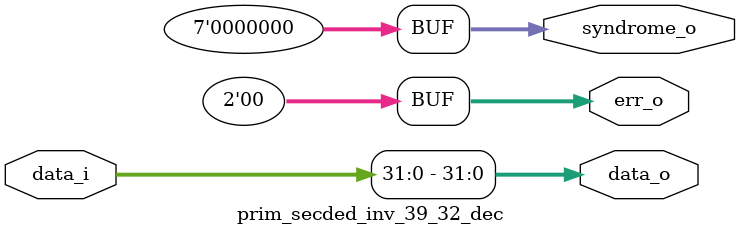
<source format=sv>

module prim_secded_inv_39_32_dec (
  input        [38:0] data_i,
  output logic [31:0] data_o,
  output logic [6:0] syndrome_o,
  output logic [1:0] err_o
);

  assign data_o[31:0] = data_i[31:0];
  assign syndrome_o[6:0] = 0;
  assign err_o[1:0] = 0;

endmodule : prim_secded_inv_39_32_dec

</source>
